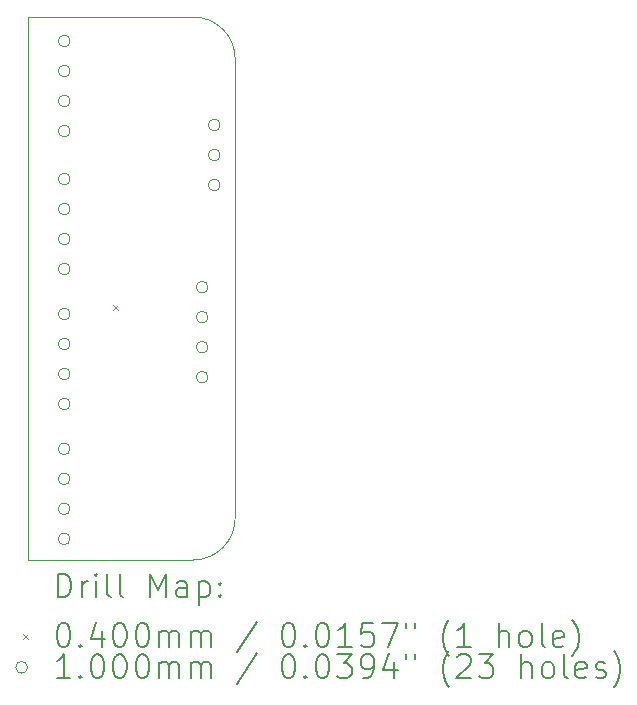
<source format=gbr>
%FSLAX45Y45*%
G04 Gerber Fmt 4.5, Leading zero omitted, Abs format (unit mm)*
G04 Created by KiCad (PCBNEW (6.0.0)) date 2022-03-13 19:19:59*
%MOMM*%
%LPD*%
G01*
G04 APERTURE LIST*
%TA.AperFunction,Profile*%
%ADD10C,0.100000*%
%TD*%
%ADD11C,0.200000*%
%ADD12C,0.040000*%
%ADD13C,0.100000*%
G04 APERTURE END LIST*
D10*
X11658600Y-10845800D02*
X11658600Y-6959600D01*
X11658600Y-6959600D02*
G75*
G03*
X11303000Y-6604000I-355600J0D01*
G01*
X9906000Y-6604000D02*
X9906000Y-11125200D01*
X10033000Y-11201400D02*
X9906000Y-11201400D01*
X11303000Y-11201400D02*
X10033000Y-11201400D01*
X11303000Y-11201400D02*
G75*
G03*
X11658600Y-10845800I0J355600D01*
G01*
X11303000Y-6604000D02*
X10033000Y-6604000D01*
X9906000Y-11201400D02*
X9906000Y-11125200D01*
X10033000Y-6604000D02*
X9906000Y-6604000D01*
D11*
D12*
X10623900Y-9046500D02*
X10663900Y-9086500D01*
X10663900Y-9046500D02*
X10623900Y-9086500D01*
D13*
X10260800Y-6807200D02*
G75*
G03*
X10260800Y-6807200I-50000J0D01*
G01*
X10260800Y-7061200D02*
G75*
G03*
X10260800Y-7061200I-50000J0D01*
G01*
X10260800Y-7315200D02*
G75*
G03*
X10260800Y-7315200I-50000J0D01*
G01*
X10260800Y-7569200D02*
G75*
G03*
X10260800Y-7569200I-50000J0D01*
G01*
X10260800Y-7975600D02*
G75*
G03*
X10260800Y-7975600I-50000J0D01*
G01*
X10260800Y-8229600D02*
G75*
G03*
X10260800Y-8229600I-50000J0D01*
G01*
X10260800Y-8483600D02*
G75*
G03*
X10260800Y-8483600I-50000J0D01*
G01*
X10260800Y-8737600D02*
G75*
G03*
X10260800Y-8737600I-50000J0D01*
G01*
X10260800Y-9118600D02*
G75*
G03*
X10260800Y-9118600I-50000J0D01*
G01*
X10260800Y-9372600D02*
G75*
G03*
X10260800Y-9372600I-50000J0D01*
G01*
X10260800Y-9626600D02*
G75*
G03*
X10260800Y-9626600I-50000J0D01*
G01*
X10260800Y-9880600D02*
G75*
G03*
X10260800Y-9880600I-50000J0D01*
G01*
X10260800Y-10260600D02*
G75*
G03*
X10260800Y-10260600I-50000J0D01*
G01*
X10260800Y-10514600D02*
G75*
G03*
X10260800Y-10514600I-50000J0D01*
G01*
X10260800Y-10768600D02*
G75*
G03*
X10260800Y-10768600I-50000J0D01*
G01*
X10260800Y-11022600D02*
G75*
G03*
X10260800Y-11022600I-50000J0D01*
G01*
X11429200Y-8891000D02*
G75*
G03*
X11429200Y-8891000I-50000J0D01*
G01*
X11429200Y-9145000D02*
G75*
G03*
X11429200Y-9145000I-50000J0D01*
G01*
X11429200Y-9399000D02*
G75*
G03*
X11429200Y-9399000I-50000J0D01*
G01*
X11429200Y-9653000D02*
G75*
G03*
X11429200Y-9653000I-50000J0D01*
G01*
X11530800Y-7518400D02*
G75*
G03*
X11530800Y-7518400I-50000J0D01*
G01*
X11530800Y-7772400D02*
G75*
G03*
X11530800Y-7772400I-50000J0D01*
G01*
X11530800Y-8026400D02*
G75*
G03*
X11530800Y-8026400I-50000J0D01*
G01*
D11*
X10158619Y-11516876D02*
X10158619Y-11316876D01*
X10206238Y-11316876D01*
X10234810Y-11326400D01*
X10253857Y-11345448D01*
X10263381Y-11364495D01*
X10272905Y-11402590D01*
X10272905Y-11431162D01*
X10263381Y-11469257D01*
X10253857Y-11488305D01*
X10234810Y-11507352D01*
X10206238Y-11516876D01*
X10158619Y-11516876D01*
X10358619Y-11516876D02*
X10358619Y-11383543D01*
X10358619Y-11421638D02*
X10368143Y-11402590D01*
X10377667Y-11393067D01*
X10396714Y-11383543D01*
X10415762Y-11383543D01*
X10482429Y-11516876D02*
X10482429Y-11383543D01*
X10482429Y-11316876D02*
X10472905Y-11326400D01*
X10482429Y-11335924D01*
X10491952Y-11326400D01*
X10482429Y-11316876D01*
X10482429Y-11335924D01*
X10606238Y-11516876D02*
X10587190Y-11507352D01*
X10577667Y-11488305D01*
X10577667Y-11316876D01*
X10711000Y-11516876D02*
X10691952Y-11507352D01*
X10682429Y-11488305D01*
X10682429Y-11316876D01*
X10939571Y-11516876D02*
X10939571Y-11316876D01*
X11006238Y-11459733D01*
X11072905Y-11316876D01*
X11072905Y-11516876D01*
X11253857Y-11516876D02*
X11253857Y-11412114D01*
X11244333Y-11393067D01*
X11225286Y-11383543D01*
X11187190Y-11383543D01*
X11168143Y-11393067D01*
X11253857Y-11507352D02*
X11234809Y-11516876D01*
X11187190Y-11516876D01*
X11168143Y-11507352D01*
X11158619Y-11488305D01*
X11158619Y-11469257D01*
X11168143Y-11450209D01*
X11187190Y-11440686D01*
X11234809Y-11440686D01*
X11253857Y-11431162D01*
X11349095Y-11383543D02*
X11349095Y-11583543D01*
X11349095Y-11393067D02*
X11368143Y-11383543D01*
X11406238Y-11383543D01*
X11425286Y-11393067D01*
X11434809Y-11402590D01*
X11444333Y-11421638D01*
X11444333Y-11478781D01*
X11434809Y-11497828D01*
X11425286Y-11507352D01*
X11406238Y-11516876D01*
X11368143Y-11516876D01*
X11349095Y-11507352D01*
X11530048Y-11497828D02*
X11539571Y-11507352D01*
X11530048Y-11516876D01*
X11520524Y-11507352D01*
X11530048Y-11497828D01*
X11530048Y-11516876D01*
X11530048Y-11393067D02*
X11539571Y-11402590D01*
X11530048Y-11412114D01*
X11520524Y-11402590D01*
X11530048Y-11393067D01*
X11530048Y-11412114D01*
D12*
X9861000Y-11826400D02*
X9901000Y-11866400D01*
X9901000Y-11826400D02*
X9861000Y-11866400D01*
D11*
X10196714Y-11736876D02*
X10215762Y-11736876D01*
X10234810Y-11746400D01*
X10244333Y-11755924D01*
X10253857Y-11774971D01*
X10263381Y-11813067D01*
X10263381Y-11860686D01*
X10253857Y-11898781D01*
X10244333Y-11917828D01*
X10234810Y-11927352D01*
X10215762Y-11936876D01*
X10196714Y-11936876D01*
X10177667Y-11927352D01*
X10168143Y-11917828D01*
X10158619Y-11898781D01*
X10149095Y-11860686D01*
X10149095Y-11813067D01*
X10158619Y-11774971D01*
X10168143Y-11755924D01*
X10177667Y-11746400D01*
X10196714Y-11736876D01*
X10349095Y-11917828D02*
X10358619Y-11927352D01*
X10349095Y-11936876D01*
X10339571Y-11927352D01*
X10349095Y-11917828D01*
X10349095Y-11936876D01*
X10530048Y-11803543D02*
X10530048Y-11936876D01*
X10482429Y-11727352D02*
X10434810Y-11870209D01*
X10558619Y-11870209D01*
X10672905Y-11736876D02*
X10691952Y-11736876D01*
X10711000Y-11746400D01*
X10720524Y-11755924D01*
X10730048Y-11774971D01*
X10739571Y-11813067D01*
X10739571Y-11860686D01*
X10730048Y-11898781D01*
X10720524Y-11917828D01*
X10711000Y-11927352D01*
X10691952Y-11936876D01*
X10672905Y-11936876D01*
X10653857Y-11927352D01*
X10644333Y-11917828D01*
X10634810Y-11898781D01*
X10625286Y-11860686D01*
X10625286Y-11813067D01*
X10634810Y-11774971D01*
X10644333Y-11755924D01*
X10653857Y-11746400D01*
X10672905Y-11736876D01*
X10863381Y-11736876D02*
X10882429Y-11736876D01*
X10901476Y-11746400D01*
X10911000Y-11755924D01*
X10920524Y-11774971D01*
X10930048Y-11813067D01*
X10930048Y-11860686D01*
X10920524Y-11898781D01*
X10911000Y-11917828D01*
X10901476Y-11927352D01*
X10882429Y-11936876D01*
X10863381Y-11936876D01*
X10844333Y-11927352D01*
X10834810Y-11917828D01*
X10825286Y-11898781D01*
X10815762Y-11860686D01*
X10815762Y-11813067D01*
X10825286Y-11774971D01*
X10834810Y-11755924D01*
X10844333Y-11746400D01*
X10863381Y-11736876D01*
X11015762Y-11936876D02*
X11015762Y-11803543D01*
X11015762Y-11822590D02*
X11025286Y-11813067D01*
X11044333Y-11803543D01*
X11072905Y-11803543D01*
X11091952Y-11813067D01*
X11101476Y-11832114D01*
X11101476Y-11936876D01*
X11101476Y-11832114D02*
X11111000Y-11813067D01*
X11130048Y-11803543D01*
X11158619Y-11803543D01*
X11177667Y-11813067D01*
X11187190Y-11832114D01*
X11187190Y-11936876D01*
X11282428Y-11936876D02*
X11282428Y-11803543D01*
X11282428Y-11822590D02*
X11291952Y-11813067D01*
X11311000Y-11803543D01*
X11339571Y-11803543D01*
X11358619Y-11813067D01*
X11368143Y-11832114D01*
X11368143Y-11936876D01*
X11368143Y-11832114D02*
X11377667Y-11813067D01*
X11396714Y-11803543D01*
X11425286Y-11803543D01*
X11444333Y-11813067D01*
X11453857Y-11832114D01*
X11453857Y-11936876D01*
X11844333Y-11727352D02*
X11672905Y-11984495D01*
X12101476Y-11736876D02*
X12120524Y-11736876D01*
X12139571Y-11746400D01*
X12149095Y-11755924D01*
X12158619Y-11774971D01*
X12168143Y-11813067D01*
X12168143Y-11860686D01*
X12158619Y-11898781D01*
X12149095Y-11917828D01*
X12139571Y-11927352D01*
X12120524Y-11936876D01*
X12101476Y-11936876D01*
X12082428Y-11927352D01*
X12072905Y-11917828D01*
X12063381Y-11898781D01*
X12053857Y-11860686D01*
X12053857Y-11813067D01*
X12063381Y-11774971D01*
X12072905Y-11755924D01*
X12082428Y-11746400D01*
X12101476Y-11736876D01*
X12253857Y-11917828D02*
X12263381Y-11927352D01*
X12253857Y-11936876D01*
X12244333Y-11927352D01*
X12253857Y-11917828D01*
X12253857Y-11936876D01*
X12387190Y-11736876D02*
X12406238Y-11736876D01*
X12425286Y-11746400D01*
X12434809Y-11755924D01*
X12444333Y-11774971D01*
X12453857Y-11813067D01*
X12453857Y-11860686D01*
X12444333Y-11898781D01*
X12434809Y-11917828D01*
X12425286Y-11927352D01*
X12406238Y-11936876D01*
X12387190Y-11936876D01*
X12368143Y-11927352D01*
X12358619Y-11917828D01*
X12349095Y-11898781D01*
X12339571Y-11860686D01*
X12339571Y-11813067D01*
X12349095Y-11774971D01*
X12358619Y-11755924D01*
X12368143Y-11746400D01*
X12387190Y-11736876D01*
X12644333Y-11936876D02*
X12530048Y-11936876D01*
X12587190Y-11936876D02*
X12587190Y-11736876D01*
X12568143Y-11765448D01*
X12549095Y-11784495D01*
X12530048Y-11794019D01*
X12825286Y-11736876D02*
X12730048Y-11736876D01*
X12720524Y-11832114D01*
X12730048Y-11822590D01*
X12749095Y-11813067D01*
X12796714Y-11813067D01*
X12815762Y-11822590D01*
X12825286Y-11832114D01*
X12834809Y-11851162D01*
X12834809Y-11898781D01*
X12825286Y-11917828D01*
X12815762Y-11927352D01*
X12796714Y-11936876D01*
X12749095Y-11936876D01*
X12730048Y-11927352D01*
X12720524Y-11917828D01*
X12901476Y-11736876D02*
X13034809Y-11736876D01*
X12949095Y-11936876D01*
X13101476Y-11736876D02*
X13101476Y-11774971D01*
X13177667Y-11736876D02*
X13177667Y-11774971D01*
X13472905Y-12013067D02*
X13463381Y-12003543D01*
X13444333Y-11974971D01*
X13434809Y-11955924D01*
X13425286Y-11927352D01*
X13415762Y-11879733D01*
X13415762Y-11841638D01*
X13425286Y-11794019D01*
X13434809Y-11765448D01*
X13444333Y-11746400D01*
X13463381Y-11717828D01*
X13472905Y-11708305D01*
X13653857Y-11936876D02*
X13539571Y-11936876D01*
X13596714Y-11936876D02*
X13596714Y-11736876D01*
X13577667Y-11765448D01*
X13558619Y-11784495D01*
X13539571Y-11794019D01*
X13891952Y-11936876D02*
X13891952Y-11736876D01*
X13977667Y-11936876D02*
X13977667Y-11832114D01*
X13968143Y-11813067D01*
X13949095Y-11803543D01*
X13920524Y-11803543D01*
X13901476Y-11813067D01*
X13891952Y-11822590D01*
X14101476Y-11936876D02*
X14082428Y-11927352D01*
X14072905Y-11917828D01*
X14063381Y-11898781D01*
X14063381Y-11841638D01*
X14072905Y-11822590D01*
X14082428Y-11813067D01*
X14101476Y-11803543D01*
X14130048Y-11803543D01*
X14149095Y-11813067D01*
X14158619Y-11822590D01*
X14168143Y-11841638D01*
X14168143Y-11898781D01*
X14158619Y-11917828D01*
X14149095Y-11927352D01*
X14130048Y-11936876D01*
X14101476Y-11936876D01*
X14282428Y-11936876D02*
X14263381Y-11927352D01*
X14253857Y-11908305D01*
X14253857Y-11736876D01*
X14434809Y-11927352D02*
X14415762Y-11936876D01*
X14377667Y-11936876D01*
X14358619Y-11927352D01*
X14349095Y-11908305D01*
X14349095Y-11832114D01*
X14358619Y-11813067D01*
X14377667Y-11803543D01*
X14415762Y-11803543D01*
X14434809Y-11813067D01*
X14444333Y-11832114D01*
X14444333Y-11851162D01*
X14349095Y-11870209D01*
X14511000Y-12013067D02*
X14520524Y-12003543D01*
X14539571Y-11974971D01*
X14549095Y-11955924D01*
X14558619Y-11927352D01*
X14568143Y-11879733D01*
X14568143Y-11841638D01*
X14558619Y-11794019D01*
X14549095Y-11765448D01*
X14539571Y-11746400D01*
X14520524Y-11717828D01*
X14511000Y-11708305D01*
D13*
X9901000Y-12110400D02*
G75*
G03*
X9901000Y-12110400I-50000J0D01*
G01*
D11*
X10263381Y-12200876D02*
X10149095Y-12200876D01*
X10206238Y-12200876D02*
X10206238Y-12000876D01*
X10187190Y-12029448D01*
X10168143Y-12048495D01*
X10149095Y-12058019D01*
X10349095Y-12181828D02*
X10358619Y-12191352D01*
X10349095Y-12200876D01*
X10339571Y-12191352D01*
X10349095Y-12181828D01*
X10349095Y-12200876D01*
X10482429Y-12000876D02*
X10501476Y-12000876D01*
X10520524Y-12010400D01*
X10530048Y-12019924D01*
X10539571Y-12038971D01*
X10549095Y-12077067D01*
X10549095Y-12124686D01*
X10539571Y-12162781D01*
X10530048Y-12181828D01*
X10520524Y-12191352D01*
X10501476Y-12200876D01*
X10482429Y-12200876D01*
X10463381Y-12191352D01*
X10453857Y-12181828D01*
X10444333Y-12162781D01*
X10434810Y-12124686D01*
X10434810Y-12077067D01*
X10444333Y-12038971D01*
X10453857Y-12019924D01*
X10463381Y-12010400D01*
X10482429Y-12000876D01*
X10672905Y-12000876D02*
X10691952Y-12000876D01*
X10711000Y-12010400D01*
X10720524Y-12019924D01*
X10730048Y-12038971D01*
X10739571Y-12077067D01*
X10739571Y-12124686D01*
X10730048Y-12162781D01*
X10720524Y-12181828D01*
X10711000Y-12191352D01*
X10691952Y-12200876D01*
X10672905Y-12200876D01*
X10653857Y-12191352D01*
X10644333Y-12181828D01*
X10634810Y-12162781D01*
X10625286Y-12124686D01*
X10625286Y-12077067D01*
X10634810Y-12038971D01*
X10644333Y-12019924D01*
X10653857Y-12010400D01*
X10672905Y-12000876D01*
X10863381Y-12000876D02*
X10882429Y-12000876D01*
X10901476Y-12010400D01*
X10911000Y-12019924D01*
X10920524Y-12038971D01*
X10930048Y-12077067D01*
X10930048Y-12124686D01*
X10920524Y-12162781D01*
X10911000Y-12181828D01*
X10901476Y-12191352D01*
X10882429Y-12200876D01*
X10863381Y-12200876D01*
X10844333Y-12191352D01*
X10834810Y-12181828D01*
X10825286Y-12162781D01*
X10815762Y-12124686D01*
X10815762Y-12077067D01*
X10825286Y-12038971D01*
X10834810Y-12019924D01*
X10844333Y-12010400D01*
X10863381Y-12000876D01*
X11015762Y-12200876D02*
X11015762Y-12067543D01*
X11015762Y-12086590D02*
X11025286Y-12077067D01*
X11044333Y-12067543D01*
X11072905Y-12067543D01*
X11091952Y-12077067D01*
X11101476Y-12096114D01*
X11101476Y-12200876D01*
X11101476Y-12096114D02*
X11111000Y-12077067D01*
X11130048Y-12067543D01*
X11158619Y-12067543D01*
X11177667Y-12077067D01*
X11187190Y-12096114D01*
X11187190Y-12200876D01*
X11282428Y-12200876D02*
X11282428Y-12067543D01*
X11282428Y-12086590D02*
X11291952Y-12077067D01*
X11311000Y-12067543D01*
X11339571Y-12067543D01*
X11358619Y-12077067D01*
X11368143Y-12096114D01*
X11368143Y-12200876D01*
X11368143Y-12096114D02*
X11377667Y-12077067D01*
X11396714Y-12067543D01*
X11425286Y-12067543D01*
X11444333Y-12077067D01*
X11453857Y-12096114D01*
X11453857Y-12200876D01*
X11844333Y-11991352D02*
X11672905Y-12248495D01*
X12101476Y-12000876D02*
X12120524Y-12000876D01*
X12139571Y-12010400D01*
X12149095Y-12019924D01*
X12158619Y-12038971D01*
X12168143Y-12077067D01*
X12168143Y-12124686D01*
X12158619Y-12162781D01*
X12149095Y-12181828D01*
X12139571Y-12191352D01*
X12120524Y-12200876D01*
X12101476Y-12200876D01*
X12082428Y-12191352D01*
X12072905Y-12181828D01*
X12063381Y-12162781D01*
X12053857Y-12124686D01*
X12053857Y-12077067D01*
X12063381Y-12038971D01*
X12072905Y-12019924D01*
X12082428Y-12010400D01*
X12101476Y-12000876D01*
X12253857Y-12181828D02*
X12263381Y-12191352D01*
X12253857Y-12200876D01*
X12244333Y-12191352D01*
X12253857Y-12181828D01*
X12253857Y-12200876D01*
X12387190Y-12000876D02*
X12406238Y-12000876D01*
X12425286Y-12010400D01*
X12434809Y-12019924D01*
X12444333Y-12038971D01*
X12453857Y-12077067D01*
X12453857Y-12124686D01*
X12444333Y-12162781D01*
X12434809Y-12181828D01*
X12425286Y-12191352D01*
X12406238Y-12200876D01*
X12387190Y-12200876D01*
X12368143Y-12191352D01*
X12358619Y-12181828D01*
X12349095Y-12162781D01*
X12339571Y-12124686D01*
X12339571Y-12077067D01*
X12349095Y-12038971D01*
X12358619Y-12019924D01*
X12368143Y-12010400D01*
X12387190Y-12000876D01*
X12520524Y-12000876D02*
X12644333Y-12000876D01*
X12577667Y-12077067D01*
X12606238Y-12077067D01*
X12625286Y-12086590D01*
X12634809Y-12096114D01*
X12644333Y-12115162D01*
X12644333Y-12162781D01*
X12634809Y-12181828D01*
X12625286Y-12191352D01*
X12606238Y-12200876D01*
X12549095Y-12200876D01*
X12530048Y-12191352D01*
X12520524Y-12181828D01*
X12739571Y-12200876D02*
X12777667Y-12200876D01*
X12796714Y-12191352D01*
X12806238Y-12181828D01*
X12825286Y-12153257D01*
X12834809Y-12115162D01*
X12834809Y-12038971D01*
X12825286Y-12019924D01*
X12815762Y-12010400D01*
X12796714Y-12000876D01*
X12758619Y-12000876D01*
X12739571Y-12010400D01*
X12730048Y-12019924D01*
X12720524Y-12038971D01*
X12720524Y-12086590D01*
X12730048Y-12105638D01*
X12739571Y-12115162D01*
X12758619Y-12124686D01*
X12796714Y-12124686D01*
X12815762Y-12115162D01*
X12825286Y-12105638D01*
X12834809Y-12086590D01*
X13006238Y-12067543D02*
X13006238Y-12200876D01*
X12958619Y-11991352D02*
X12911000Y-12134209D01*
X13034809Y-12134209D01*
X13101476Y-12000876D02*
X13101476Y-12038971D01*
X13177667Y-12000876D02*
X13177667Y-12038971D01*
X13472905Y-12277067D02*
X13463381Y-12267543D01*
X13444333Y-12238971D01*
X13434809Y-12219924D01*
X13425286Y-12191352D01*
X13415762Y-12143733D01*
X13415762Y-12105638D01*
X13425286Y-12058019D01*
X13434809Y-12029448D01*
X13444333Y-12010400D01*
X13463381Y-11981828D01*
X13472905Y-11972305D01*
X13539571Y-12019924D02*
X13549095Y-12010400D01*
X13568143Y-12000876D01*
X13615762Y-12000876D01*
X13634809Y-12010400D01*
X13644333Y-12019924D01*
X13653857Y-12038971D01*
X13653857Y-12058019D01*
X13644333Y-12086590D01*
X13530048Y-12200876D01*
X13653857Y-12200876D01*
X13720524Y-12000876D02*
X13844333Y-12000876D01*
X13777667Y-12077067D01*
X13806238Y-12077067D01*
X13825286Y-12086590D01*
X13834809Y-12096114D01*
X13844333Y-12115162D01*
X13844333Y-12162781D01*
X13834809Y-12181828D01*
X13825286Y-12191352D01*
X13806238Y-12200876D01*
X13749095Y-12200876D01*
X13730048Y-12191352D01*
X13720524Y-12181828D01*
X14082428Y-12200876D02*
X14082428Y-12000876D01*
X14168143Y-12200876D02*
X14168143Y-12096114D01*
X14158619Y-12077067D01*
X14139571Y-12067543D01*
X14111000Y-12067543D01*
X14091952Y-12077067D01*
X14082428Y-12086590D01*
X14291952Y-12200876D02*
X14272905Y-12191352D01*
X14263381Y-12181828D01*
X14253857Y-12162781D01*
X14253857Y-12105638D01*
X14263381Y-12086590D01*
X14272905Y-12077067D01*
X14291952Y-12067543D01*
X14320524Y-12067543D01*
X14339571Y-12077067D01*
X14349095Y-12086590D01*
X14358619Y-12105638D01*
X14358619Y-12162781D01*
X14349095Y-12181828D01*
X14339571Y-12191352D01*
X14320524Y-12200876D01*
X14291952Y-12200876D01*
X14472905Y-12200876D02*
X14453857Y-12191352D01*
X14444333Y-12172305D01*
X14444333Y-12000876D01*
X14625286Y-12191352D02*
X14606238Y-12200876D01*
X14568143Y-12200876D01*
X14549095Y-12191352D01*
X14539571Y-12172305D01*
X14539571Y-12096114D01*
X14549095Y-12077067D01*
X14568143Y-12067543D01*
X14606238Y-12067543D01*
X14625286Y-12077067D01*
X14634809Y-12096114D01*
X14634809Y-12115162D01*
X14539571Y-12134209D01*
X14711000Y-12191352D02*
X14730048Y-12200876D01*
X14768143Y-12200876D01*
X14787190Y-12191352D01*
X14796714Y-12172305D01*
X14796714Y-12162781D01*
X14787190Y-12143733D01*
X14768143Y-12134209D01*
X14739571Y-12134209D01*
X14720524Y-12124686D01*
X14711000Y-12105638D01*
X14711000Y-12096114D01*
X14720524Y-12077067D01*
X14739571Y-12067543D01*
X14768143Y-12067543D01*
X14787190Y-12077067D01*
X14863381Y-12277067D02*
X14872905Y-12267543D01*
X14891952Y-12238971D01*
X14901476Y-12219924D01*
X14911000Y-12191352D01*
X14920524Y-12143733D01*
X14920524Y-12105638D01*
X14911000Y-12058019D01*
X14901476Y-12029448D01*
X14891952Y-12010400D01*
X14872905Y-11981828D01*
X14863381Y-11972305D01*
M02*

</source>
